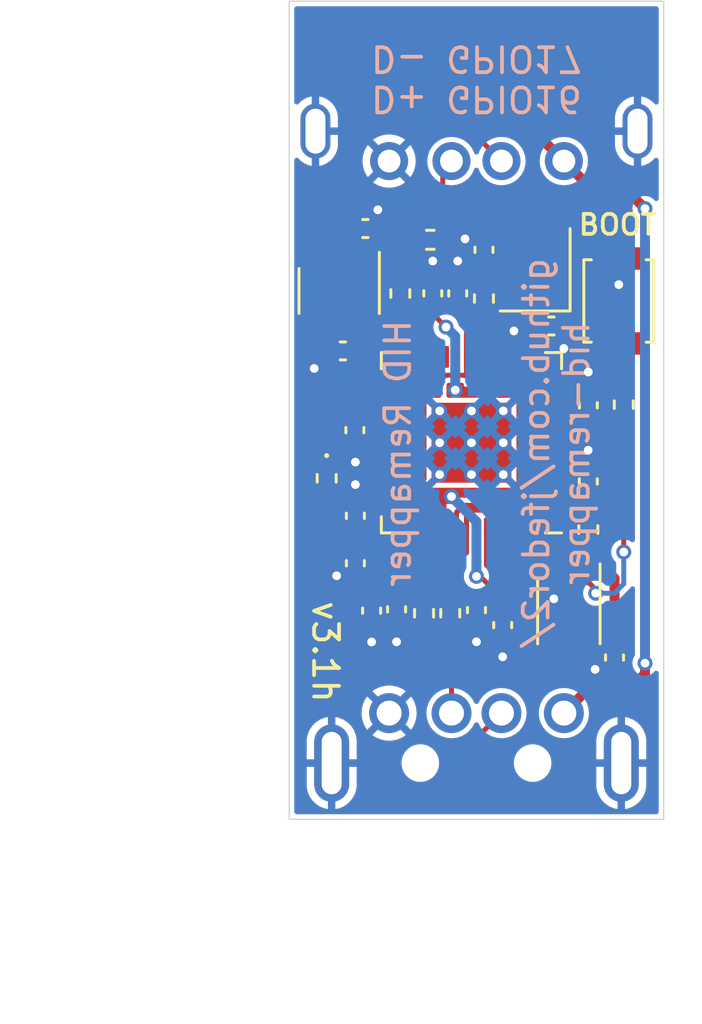
<source format=kicad_pcb>
(kicad_pcb (version 20240108) (generator "pcbnew") (generator_version "8.0")
  (layers (0 "F.Cu" signal) (31 "B.Cu" signal) (34 "B.Paste" user) (35 "F.Paste" user) (36 "B.SilkS" user "B.Silkscreen") (37 "F.SilkS" user "F.Silkscreen") (38 "B.Mask" user) (39 "F.Mask" user) (44 "Edge.Cuts" user))
  (net 0 "")
  (net 1 "GND")
  (net 2 "+5V")
  (net 3 "D-")
  (net 4 "D+")
  (net 5 "+3V3")
  (net 6 "Net-(U103-USB_DP)")
  (net 7 "Net-(U103-USB_DM)")
  (net 22 "L0")
  (net 30 "1XIN")
  (net 31 "Net-(C119-Pad1)")
  (net 32 "1D+")
  (net 33 "1D-")
  (net 34 "1QSPI_SS")
  (net 35 "Net-(R106-Pad2)")
  (net 36 "1XOUT")
  (net 41 "1QSPI_SD3")
  (net 42 "1QSPI_SCLK")
  (net 43 "1QSPI_SD0")
  (net 44 "1QSPI_SD2")
  (net 45 "1QSPI_SD1")
  (net 48 "+1V1")
  (net 53 "Net-(U103-GPIO16)")
  (net 54 "Net-(U103-GPIO17)")
  (net 55 "Net-(D1-K)")
  (footprint "SOT-23-5:SOT-23-5" (layer "F.Cu") (at 141 41.5 90)
    (property "Reference" "U4" (hide yes))
    (property "Value" "TLV73333PDBV")
  )
  (footprint "Capacitor_SMD:C_0402_1005Metric" (layer "F.Cu") (at 141.15 43.9 180)
    (property "Reference" "C16" (hide yes))
    (property "Value" "1u")
  )
  (footprint "Capacitor_SMD:C_0402_1005Metric" (layer "F.Cu") (at 142.05 39)
    (property "Reference" "C15" (hide yes))
    (property "Value" "1u")
  )
  (footprint "Resistor_SMD:R_0402_1005Metric" (layer "F.Cu") (at 152.4 46.05 90)
    (property "Reference" "R106" (hide yes))
    (property "Value" "1k")
  )
  (footprint "Type-A:C98125" (layer "F.Cu") (at 146.5 59.4)
    (property "Reference" "USB2" (hide yes))
    (property "Value" "USB_A")
  )
  (footprint "Capacitor_SMD:C_0402_1005Metric" (layer "F.Cu") (at 149.5 42.9 180)
    (property "Reference" "C118" (hide yes))
    (property "Value" "15p")
  )
  (footprint "Capacitor_SMD:C_0402_1005Metric" (layer "F.Cu") (at 143.3 54.245 -90)
    (property "Reference" "C113" (hide yes))
    (property "Value" "1u")
  )
  (footprint "Capacitor_SMD:C_0402_1005Metric" (layer "F.Cu") (at 147.55 54.875 -90)
    (property "Reference" "C101" (hide yes))
    (property "Value" "100n")
  )
  (footprint "Capacitor_SMD:C_0402_1005Metric" (layer "F.Cu") (at 146.8 39.85 90)
    (property "Reference" "C119" (hide yes))
    (property "Value" "15p")
  )
  (footprint "Resistor_SMD:R_0402_1005Metric" (layer "F.Cu") (at 144.65 39.45 180)
    (property "Reference" "R1" (hide yes))
    (property "Value" "22")
  )
  (footprint "Resistor_SMD:R_0402_1005Metric" (layer "F.Cu") (at 144.4 54.4 90)
    (property "Reference" "R104" (hide yes))
    (property "Value" "27")
  )
  (footprint "Capacitor_SMD:C_0402_1005Metric" (layer "F.Cu") (at 150.98 49.125 90)
    (property "Reference" "C104" (hide yes))
    (property "Value" "100n")
  )
  (footprint "Capacitor_SMD:C_0402_1005Metric" (layer "F.Cu") (at 152.03 56.175 -90)
    (property "Reference" "C117" (hide yes))
    (property "Value" "100n")
  )
  (footprint "Capacitor_SMD:C_0402_1005Metric" (layer "F.Cu") (at 141.63 47.07 -90)
    (property "Reference" "C105" (hide yes))
    (property "Value" "100n")
  )
  (footprint "Capacitor_SMD:C_0402_1005Metric" (layer "F.Cu") (at 141.65 52.4 -90)
    (property "Reference" "C109" (hide yes))
    (property "Value" "100n")
  )
  (footprint "Resistor_SMD:R_0402_1005Metric" (layer "F.Cu") (at 143.45 41.6 -90)
    (property "Reference" "R2" (hide yes))
    (property "Value" "22")
  )
  (footprint "Capacitor_SMD:C_0402_1005Metric" (layer "F.Cu") (at 145.75 41.595 90)
    (property "Reference" "C107" (hide yes))
    (property "Value" "100n")
  )
  (footprint "Capacitor_SMD:C_0402_1005Metric" (layer "F.Cu") (at 146.5 54.275 -90)
    (property "Reference" "C103" (hide yes))
    (property "Value" "100n")
  )
  (footprint "Resistor_SMD:R_0402_1005Metric" (layer "F.Cu") (at 146.8 41.8 -90)
    (property "Reference" "R107" (hide yes))
    (property "Value" "1k")
  )
  (footprint "USON:8-USON" (layer "F.Cu") (at 150.2 54.325 180)
    (property "Reference" "U105" (hide yes))
    (property "Value" "W25Q128JVS")
  )
  (footprint "Type-A:C42459" (layer "F.Cu") (at 146.5 35.7 180)
    (property "Reference" "USB1" (hide yes))
    (property "Value" "USB_A")
  )
  (footprint "Capacitor_SMD:C_0402_1005Metric" (layer "F.Cu") (at 142.3 54.3 -90)
    (property "Reference" "C110" (hide yes))
    (property "Value" "1u")
  )
  (footprint "LED_SMD:LED_0402_1005Metric" (layer "F.Cu") (at 140.5 47 90)
    (property "Reference" "D1" (hide yes))
    (property "Value" "LED")
  )
  (footprint "Capacitor_SMD:C_0402_1005Metric" (layer "F.Cu") (at 150.98 46.075 90)
    (property "Reference" "C106" (hide yes))
    (property "Value" "100n")
  )
  (footprint "Capacitor_SMD:C_0402_1005Metric" (layer "F.Cu") (at 144.75 41.595 90)
    (property "Reference" "C102" (hide yes))
    (property "Value" "100n")
  )
  (footprint "RP2040:RP2040-QFN-56" (layer "F.Cu") (at 146.3 47.575 180)
    (property "Reference" "U103" (hide yes))
    (property "Value" "RP2040")
  )
  (footprint "Resistor_SMD:R_0402_1005Metric" (layer "F.Cu") (at 145.45 54.4 90)
    (property "Reference" "R103" (hide yes))
    (property "Value" "27")
  )
  (footprint "Resistor_SMD:R_0402_1005Metric" (layer "F.Cu") (at 150.98 51.05 -90)
    (property "Reference" "R105" (hide yes))
    (property "Value" "10k")
  )
  (footprint "Crystal:Crystal_SMD_2520-4Pin_2.5x2.0mm" (layer "F.Cu") (at 148.85 40.65 90)
    (property "Reference" "Y101" (hide yes))
    (property "Value" "Crystal_GND24")
  )
  (footprint "Button_Switch_SMD:SW_SPST_B3U-1000P" (layer "F.Cu") (at 152.2 41.9 -90)
    (property "Reference" "SW102" (hide yes))
    (property "Value" "SW_Push")
  )
  (footprint "Resistor_SMD:R_0402_1005Metric" (layer "F.Cu") (at 140.5 49 -90)
    (property "Reference" "R108" (hide yes))
    (property "Value" "300")
  )
  (footprint "Capacitor_SMD:C_0402_1005Metric" (layer "F.Cu") (at 141.65 50.5 90)
    (property "Reference" "C108" (hide yes))
    (property "Value" "100n")
  )
  (gr_line (start 154 29.9) (end 139 29.9) (stroke (width 0.05)) (layer "Edge.Cuts"))
  (gr_line (start 154 62.65) (end 154 29.9) (stroke (width 0.05)) (layer "Edge.Cuts"))
  (gr_line (start 139 62.65) (end 154 62.65) (stroke (width 0.05)) (layer "Edge.Cuts"))
  (gr_line (start 139 29.9) (end 139 62.65) (stroke (width 0.05)) (layer "Edge.Cuts"))
  (gr_text "HID Remapper" (at 143.35 48 90) (layer "B.SilkS") (effects (font (size 1 1)) (justify mirror)))
  (gr_text "github.com/jfedor2/\nhid-remapper" (at 149.7 48 90) (layer "B.SilkS") (effects (font (size 1 1)) (justify mirror)))
  (gr_text "D+ GPIO16\nD- GPIO17" (at 146.5 33 180) (layer "B.SilkS") (effects (font (size 1 1)) (justify mirror)))
  (gr_text "v3.1h" (at 140.45 55.95 270) (layer "F.SilkS") (effects (font (size 1 1))))
  (gr_text "BOOT" (at 152.15 38.85 0) (layer "F.SilkS") (effects (font (size 0.8 0.8))))
  (segment (start 141.63 47.55) (end 141.63 48.33) (width 0.4) (layer "F.Cu") (net 1))
  (segment (start 149.6 54.325) (end 149.6 53.825) (width 0.2) (layer "F.Cu") (net 1))
  (segment (start 152.2 41.245) (end 152.2 40.2) (width 0.4) (layer "F.Cu") (net 1))
  (segment (start 142.53 38.27) (end 142.55 38.25) (width 0.4) (layer "F.Cu") (net 1))
  (segment (start 149.55 39.775) (end 149.65 39.775) (width 0.4) (layer "F.Cu") (net 1))
  (segment (start 147.805705 43.1) (end 147.3 43.605705) (width 0.2) (layer "F.Cu") (net 1))
  (segment (start 146.043154 39.414669) (end 146.087823 39.37) (width 0.4) (layer "F.Cu") (net 1))
  (segment (start 149.45 53.675) (end 149.6 53.825) (width 0.2) (layer "F.Cu") (net 1))
  (segment (start 149.55 39.950489) (end 148.15 41.350489) (width 0.2) (layer "F.Cu") (net 1))
  (segment (start 143.3 54.725) (end 143.3 55.545) (width 0.4) (layer "F.Cu") (net 1))
  (segment (start 148 43.1) (end 147.805705 43.1) (width 0.2) (layer "F.Cu") (net 1))
  (segment (start 150.5 42.38) (end 149.98 42.9) (width 0.4) (layer "F.Cu") (net 1))
  (segment (start 149.98 43.78) (end 150 43.8) (width 0.4) (layer "F.Cu") (net 1))
  (segment (start 140.67 43.53) (end 140.67 43.9) (width 0.4) (layer "F.Cu") (net 1))
  (segment (start 149.98 42.9) (end 149.98 43.78) (width 0.4) (layer "F.Cu") (net 1))
  (segment (start 147.47 38.7) (end 146.8 39.37) (width 0.4) (layer "F.Cu") (net 1))
  (segment (start 144.75 40.3) (end 144.75 41.115) (width 0.4) (layer "F.Cu") (net 1))
  (segment (start 147.3 43.605705) (end 147.3 44.1375) (width 0.2) (layer "F.Cu") (net 1))
  (segment (start 151.255 56.655) (end 151.25 56.65) (width 0.4) (layer "F.Cu") (net 1))
  (segment (start 148.15 41.350489) (end 148.15 41.525) (width 0.2) (layer "F.Cu") (net 1))
  (segment (start 147.55 55.355) (end 147.55 56.145) (width 0.4) (layer "F.Cu") (net 1))
  (segment (start 140.9 52.9) (end 141.63 52.9) (width 0.4) (layer "F.Cu") (net 1))
  (segment (start 149.55 39.775) (end 149.55 39.950489) (width 0.2) (layer "F.Cu") (net 1))
  (segment (start 140.5 49.51) (end 140.76 49.25) (width 0.4) (layer "F.Cu") (net 1))
  (segment (start 141.63 48.33) (end 141.65 48.35) (width 0.4) (layer "F.Cu") (net 1))
  (segment (start 150.5 40.625) (end 150.5 42.38) (width 0.4) (layer "F.Cu") (net 1))
  (segment (start 149.45 52.9) (end 149.45 53.675) (width 0.2) (layer "F.Cu") (net 1))
  (segment (start 141.63 52.9) (end 141.65 52.88) (width 0.4) (layer "F.Cu") (net 1))
  (segment (start 146.5 54.755) (end 146.5 55.545) (width 0.4) (layer "F.Cu") (net 1))
  (segment (start 149.55 39.5) (end 148.75 38.7) (width 0.4) (layer "F.Cu") (net 1))
  (segment (start 140.76 49.25) (end 141.65 49.25) (width 0.4) (layer "F.Cu") (net 1))
  (segment (start 150.98 44.745) (end 150.98 45.595) (width 0.4) (layer "F.Cu") (net 1))
  (segment (start 141.1 40.35) (end 141.1 43.1) (width 0.4) (layer "F.Cu") (net 1))
  (segment (start 152.03 56.655) (end 151.255 56.655) (width 0.4) (layer "F.Cu") (net 1))
  (segment (start 149.65 39.775) (end 150.5 40.625) (width 0.4) (layer "F.Cu") (net 1))
  (segment (start 150.98 47.88) (end 150.98 48.645) (width 0.4) (layer "F.Cu") (net 1))
  (segment (start 150.975 47.875) (end 150.98 47.88) (width 0.4) (layer "F.Cu") (net 1))
  (segment (start 140 44.6) (end 140.67 43.93) (width 0.4) (layer "F.Cu") (net 1))
  (segment (start 145.75 40.3) (end 145.75 41.115) (width 0.4) (layer "F.Cu") (net 1))
  (segment (start 142.3 55.55) (end 142.3 54.78) (width 0.4) (layer "F.Cu") (net 1))
  (segment (start 141.1 43.1) (end 140.67 43.53) (width 0.4) (layer "F.Cu") (net 1))
  (segment (start 146.087823 39.37) (end 146.8 39.37) (width 0.4) (layer "F.Cu") (net 1))
  (segment (start 142.53 39) (end 142.53 38.27) (width 0.4) (layer "F.Cu") (net 1))
  (segment (start 149.55 39.775) (end 149.55 39.5) (width 0.4) (layer "F.Cu") (net 1))
  (segment (start 148.75 38.7) (end 147.47 38.7) (width 0.4) (layer "F.Cu") (net 1))
  (segment (start 140.67 43.93) (end 140.67 43.9) (width 0.4) (layer "F.Cu") (net 1))
  (segment (start 141.65 49.25) (end 141.65 50.02) (width 0.4) (layer "F.Cu") (net 1))
  (via (at 141.65 49.25) (size 0.6) (drill 0.35) (layers "F.Cu" "B.Cu") (net 1))
  (via (at 149.6 53.825) (size 0.6) (drill 0.35) (layers "F.Cu" "B.Cu") (net 1))
  (via (at 146.5 55.545) (size 0.6) (drill 0.35) (layers "F.Cu" "B.Cu") (net 1))
  (via (at 140 44.6) (size 0.6) (drill 0.35) (layers "F.Cu" "B.Cu") (net 1))
  (via (at 146.043154 39.414669) (size 0.6) (drill 0.35) (layers "F.Cu" "B.Cu") (net 1))
  (via (at 152.2 41.245) (size 0.6) (drill 0.35) (layers "F.Cu" "B.Cu") (net 1))
  (via (at 148 43.1) (size 0.6) (drill 0.35) (layers "F.Cu" "B.Cu") (net 1))
  (via (at 142.55 38.25) (size 0.6) (drill 0.35) (layers "F.Cu" "B.Cu") (net 1))
  (via (at 150 43.8) (size 0.6) (drill 0.35) (layers "F.Cu" "B.Cu") (net 1))
  (via (at 150.975 47.875) (size 0.6) (drill 0.35) (layers "F.Cu" "B.Cu") (net 1))
  (via (at 141.65 48.35) (size 0.6) (drill 0.35) (layers "F.Cu" "B.Cu") (net 1))
  (via (at 145.75 40.3) (size 0.6) (drill 0.35) (layers "F.Cu" "B.Cu") (net 1))
  (via (at 140.9 52.9) (size 0.6) (drill 0.35) (layers "F.Cu" "B.Cu") (net 1))
  (via (at 143.3 55.545) (size 0.6) (drill 0.35) (layers "F.Cu" "B.Cu") (net 1))
  (via (at 150.98 44.745) (size 0.6) (drill 0.35) (layers "F.Cu" "B.Cu") (net 1))
  (via (at 144.75 40.3) (size 0.6) (drill 0.35) (layers "F.Cu" "B.Cu") (net 1))
  (via (at 142.3 55.55) (size 0.6) (drill 0.35) (layers "F.Cu" "B.Cu") (net 1))
  (via (at 151.25 56.65) (size 0.6) (drill 0.35) (layers "F.Cu" "B.Cu") (net 1))
  (via (at 147.55 56.145) (size 0.6) (drill 0.35) (layers "F.Cu" "B.Cu") (net 1))
  (segment (start 152.6 57.475) (end 150.925 57.475) (width 0.4) (layer "F.Cu") (net 2))
  (segment (start 151.301 37.6) (end 150 36.299) (width 0.4) (layer "F.Cu") (net 2))
  (segment (start 140.15 39.42) (end 140.15 40.35) (width 0.4) (layer "F.Cu") (net 2))
  (segment (start 153.25 56.4) (end 153.25 56.825) (width 0.4) (layer "F.Cu") (net 2))
  (segment (start 142.05 39.593675) (end 142.05 40.35) (width 0.4) (layer "F.Cu") (net 2))
  (segment (start 153.25 38.2) (end 152.65 37.6) (width 0.4) (layer "F.Cu") (net 2))
  (segment (start 140.57 39) (end 140.15 39.42) (width 0.4) (layer "F.Cu") (net 2))
  (segment (start 141.55 35.2) (end 141.55 38.98) (width 0.4) (layer "F.Cu") (net 2))
  (segment (start 147.851 34.15) (end 142.6 34.15) (width 0.4) (layer "F.Cu") (net 2))
  (segment (start 150 36.299) (end 147.851 34.15) (width 0.4) (layer "F.Cu") (net 2))
  (segment (start 141.57 39) (end 141.57 39.113675) (width 0.4) (layer "F.Cu") (net 2))
  (segment (start 152.65 37.6) (end 151.301 37.6) (width 0.4) (layer "F.Cu") (net 2))
  (segment (start 142.6 34.15) (end 141.55 35.2) (width 0.4) (layer "F.Cu") (net 2))
  (segment (start 141.55 38.98) (end 141.57 39) (width 0.4) (layer "F.Cu") (net 2))
  (segment (start 153.25 56.825) (end 152.6 57.475) (width 0.4) (layer "F.Cu") (net 2))
  (segment (start 141.57 39.113675) (end 142.05 39.593675) (width 0.4) (layer "F.Cu") (net 2))
  (segment (start 141.57 39) (end 140.57 39) (width 0.4) (layer "F.Cu") (net 2))
  (segment (start 150.925 57.475) (end 150 58.4) (width 0.4) (layer "F.Cu") (net 2))
  (via (at 153.25 56.4) (size 0.6) (drill 0.35) (layers "F.Cu" "B.Cu") (net 2))
  (via (at 153.25 38.2) (size 0.6) (drill 0.35) (layers "F.Cu" "B.Cu") (net 2))
  (segment (start 153.25 38.2) (end 153.25 56.4) (width 0.4) (layer "B.Cu") (net 2))
  (segment (start 144.75 34.95) (end 146.152 34.95) (width 0.2) (layer "F.Cu") (net 3))
  (segment (start 143.45 38.55) (end 144.25 37.75) (width 0.2) (layer "F.Cu") (net 3))
  (segment (start 144.25 35.45) (end 144.75 34.95) (width 0.2) (layer "F.Cu") (net 3))
  (segment (start 143.45 41.09) (end 143.45 38.55) (width 0.2) (layer "F.Cu") (net 3))
  (segment (start 144.25 37.75) (end 144.25 35.45) (width 0.2) (layer "F.Cu") (net 3))
  (segment (start 146.152 34.95) (end 147.501 36.299) (width 0.2) (layer "F.Cu") (net 3))
  (segment (start 145.15 39.44) (end 145.15 36.648) (width 0.2) (layer "F.Cu") (net 4))
  (segment (start 145.15 36.648) (end 145.499 36.299) (width 0.2) (layer "F.Cu") (net 4))
  (segment (start 145.16 39.45) (end 145.15 39.44) (width 0.2) (layer "F.Cu") (net 4))
  (segment (start 145.85 53.213004) (end 146.431996 53.795) (width 0.2) (layer "F.Cu") (net 5))
  (segment (start 146.431996 53.795) (end 146.5 53.795) (width 0.2) (layer "F.Cu") (net 5))
  (segment (start 143.65 50.175) (end 143.7 50.225) (width 0.2) (layer "F.Cu") (net 5))
  (segment (start 151.975 55.75) (end 151 55.75) (width 0.4) (layer "F.Cu") (net 5))
  (segment (start 139.5 50) (end 139.5 46) (width 0.4) (layer "F.Cu") (net 5))
  (segment (start 141.63 43.9) (end 142.05 43.48) (width 0.4) (layer "F.Cu") (net 5))
  (segment (start 144.1 50.375) (end 143.9 50.175) (width 0.2) (layer "F.Cu") (net 5))
  (segment (start 141.65 50.98) (end 141.68 50.95) (width 0.4) (layer "F.Cu") (net 5))
  (segment (start 151.036604 50.54) (end 151.7 51.203396) (width 0.4) (layer "F.Cu") (net 5))
  (segment (start 146.1 51.0125) (end 146.1 50.275) (width 0.2) (layer "F.Cu") (net 5))
  (segment (start 141.63 44.34) (end 141.63 43.9) (width 0.4) (layer "F.Cu") (net 5))
  (segment (start 149.7375 50.175) (end 148.95 50.175) (width 0.2) (layer "F.Cu") (net 5))
  (segment (start 146.1 44.1375) (end 146.1 42.9) (width 0.2) (layer "F.Cu") (net 5))
  (segment (start 150.96 46.575) (end 150.98 46.555) (width 0.2) (layer "F.Cu") (net 5))
  (segment (start 141.65 50.98) (end 141.65 51.92) (width 0.4) (layer "F.Cu") (net 5))
  (segment (start 142.8625 46.575) (end 143.75 46.575) (width 0.2) (layer "F.Cu") (net 5))
  (segment (start 142.8625 50.175) (end 143.65 50.175) (width 0.2) (layer "F.Cu") (net 5))
  (segment (start 150.98 50.54) (end 151.036604 50.54) (width 0.4) (layer "F.Cu") (net 5))
  (segment (start 142.05 43.48) (end 142.05 42.55) (width 0.4) (layer "F.Cu") (net 5))
  (segment (start 143.9 51.8) (end 143.78 51.92) (width 0.4) (layer "F.Cu") (net 5))
  (segment (start 141.635 46.575) (end 141.63 46.58) (width 0.2) (layer "F.Cu") (net 5))
  (segment (start 141.65 50.98) (end 140.48 50.98) (width 0.4) (layer "F.Cu") (net 5))
  (segment (start 151.7 51.203396) (end 151.7 52.675) (width 0.4) (layer "F.Cu") (net 5))
  (segment (start 144.1 51.0125) (end 144.1 50.375) (width 0.2) (layer "F.Cu") (net 5))
  (segment (start 142.3 53.35) (end 142.8625 52.7875) (width 0.4) (layer "F.Cu") (net 5))
  (segment (start 140.48 50.98) (end 139.5 50) (width 0.4) (layer "F.Cu") (net 5))
  (segment (start 142.3 53.82) (end 142.3 53.35) (width 0.4) (layer "F.Cu") (net 5))
  (segment (start 149.975 50.54) (end 149.73 50.295) (width 0.4) (layer "F.Cu") (net 5))
  (segment (start 146.1 44.1375) (end 146.1 44.875) (width 0.2) (layer "F.Cu") (net 5))
  (segment (start 145.7 51.0125) (end 145.7 50.375) (width 0.2) (layer "F.Cu") (net 5))
  (segment (start 144.1 51.0125) (end 144.1 51.625) (width 0.2) (layer "F.Cu") (net 5))
  (segment (start 145.75 42.55) (end 145.75 42.075) (width 0.2) (layer "F.Cu") (net 5))
  (segment (start 145.7 52.075) (end 145.85 52.225) (width 0.2) (layer "F.Cu") (net 5))
  (segment (start 140.47 45.5) (end 141.63 44.34) (width 0.4) (layer "F.Cu") (net 5))
  (segment (start 141.68 50.95) (end 143.55 50.95) (width 0.4) (layer "F.Cu") (net 5))
  (segment (start 146.1 51.975) (end 145.85 52.225) (width 0.2) (layer "F.Cu") (net 5))
  (segment (start 143.7 50.225) (end 143.7 51.0125) (width 0.2) (layer "F.Cu") (net 5))
  (segment (start 149.2 46.575) (end 149.05 46.575) (width 0.2) (layer "F.Cu") (net 5))
  (segment (start 146.1 51.0125) (end 146.1 51.975) (width 0.2) (layer "F.Cu") (net 5))
  (segment (start 143.78 51.92) (end 141.65 51.92) (width 0.4) (layer "F.Cu") (net 5))
  (segment (start 149.7375 46.575) (end 149.2 46.575) (width 0.2) (layer "F.Cu") (net 5))
  (segment (start 145.7 50.375) (end 145.75 50.325) (width 0.2) (layer "F.Cu") (net 5))
  (segment (start 150.98 50.54) (end 149.975 50.54) (width 0.4) (layer "F.Cu") (net 5))
  (segment (start 144.1 51.625) (end 143.9 51.825) (width 0.2) (layer "F.Cu") (net 5))
  (segment (start 145.85 52.225) (end 145.85 53.213004) (width 0.2) (layer "F.Cu") (net 5))
  (segment (start 140 45.5) (end 140.47 45.5) (width 0.4) (layer "F.Cu") (net 5))
  (segment (start 151.7 52.675) (end 152.03 53.005) (width 0.4) (layer "F.Cu") (net 5))
  (segment (start 150.98 49.605) (end 150.98 50.54) (width 0.4) (layer "F.Cu") (net 5))
  (segment (start 152.03 53.005) (end 152.03 55.695) (width 0.4) (layer "F.Cu") (net 5))
  (segment (start 142.8625 46.575) (end 141.635 46.575) (width 0.2) (layer "F.Cu") (net 5))
  (segment (start 146.1 42.9) (end 145.75 42.55) (width 0.2) (layer "F.Cu") (net 5))
  (segment (start 149.7375 46.575) (end 150.96 46.575) (width 0.2) (layer "F.Cu") (net 5))
  (segment (start 139.5 46) (end 140 45.5) (width 0.4) (layer "F.Cu") (net 5))
  (segment (start 145.7 51.0125) (end 145.7 52.075) (width 0.2) (layer "F.Cu") (net 5))
  (segment (start 142.8625 52.7875) (end 142.8625 50.27501) (width 0.4) (layer "F.Cu") (net 5))
  (segment (start 152.03 55.695) (end 151.975 55.75) (width 0.4) (layer "F.Cu") (net 5))
  (segment (start 145.3 53) (end 145.45 53.15) (width 0.2) (layer "F.Cu") (net 6))
  (segment (start 145.45 53.15) (end 145.45 53.89) (width 0.2) (layer "F.Cu") (net 6))
  (segment (start 145.3 51.0125) (end 145.3 53) (width 0.2) (layer "F.Cu") (net 6))
  (segment (start 144.9 53) (end 144.4 53.5) (width 0.2) (layer "F.Cu") (net 7))
  (segment (start 144.4 53.5) (end 144.4 53.89) (width 0.2) (layer "F.Cu") (net 7))
  (segment (start 144.9 51.0125) (end 144.9 53) (width 0.2) (layer "F.Cu") (net 7))
  (segment (start 142.205 44.975) (end 140.5 46.68) (width 0.2) (layer "F.Cu") (net 22))
  (segment (start 142.8625 44.975) (end 142.205 44.975) (width 0.2) (layer "F.Cu") (net 22))
  (segment (start 147.75 42.5) (end 148.62 42.5) (width 0.2) (layer "F.Cu") (net 30))
  (segment (start 148.62 42.5) (end 149.02 42.9) (width 0.2) (layer "F.Cu") (net 30))
  (segment (start 149.02 42.9) (end 149.55 42.37) (width 0.2) (layer "F.Cu") (net 30))
  (segment (start 149.55 42.37) (end 149.55 41.525) (width 0.2) (layer "F.Cu") (net 30))
  (segment (start 146.9 43.35) (end 147.75 42.5) (width 0.2) (layer "F.Cu") (net 30))
  (segment (start 146.9 44.1375) (end 146.9 43.35) (width 0.2) (layer "F.Cu") (net 30))
  (segment (start 146.8 40.33) (end 146.87 40.33) (width 0.2) (layer "F.Cu") (net 31))
  (segment (start 146.8 41.29) (end 146.8 40.33) (width 0.2) (layer "F.Cu") (net 31))
  (segment (start 147.425 39.775) (end 148.15 39.775) (width 0.2) (layer "F.Cu") (net 31))
  (segment (start 146.87 40.33) (end 147.425 39.775) (width 0.2) (layer "F.Cu") (net 31))
  (segment (start 145.45 54.91) (end 145.5 54.96) (width 0.2) (layer "F.Cu") (net 32))
  (segment (start 145.5 54.96) (end 145.5 58.4) (width 0.2) (layer "F.Cu") (net 32))
  (segment (start 146.25 59.65) (end 147.5 58.4) (width 0.2) (layer "F.Cu") (net 33))
  (segment (start 144.4 54.91) (end 144.25 55.06) (width 0.2) (layer "F.Cu") (net 33))
  (segment (start 145.05 59.65) (end 146.25 59.65) (width 0.2) (layer "F.Cu") (net 33))
  (segment (start 144.25 55.06) (end 144.25 58.85) (width 0.2) (layer "F.Cu") (net 33))
  (segment (start 144.25 58.85) (end 145.05 59.65) (width 0.2) (layer "F.Cu") (net 33))
  (segment (start 150.95 53.125) (end 151.1995 53.3745) (width 0.2) (layer "F.Cu") (net 34))
  (segment (start 152.3995 46.5605) (end 152.4 46.56) (width 0.2) (layer "F.Cu") (net 34))
  (segment (start 150.95 52.9) (end 150.95 53.125) (width 0.2) (layer "F.Cu") (net 34))
  (segment (start 152.3995 51.95) (end 152.3995 46.5605) (width 0.2) (layer "F.Cu") (net 34))
  (segment (start 151.1995 53.3745) (end 151.1995 53.6) (width 0.2) (layer "F.Cu") (net 34))
  (segment (start 149.7 51.325) (end 150.745 51.325) (width 0.2) (layer "F.Cu") (net 34))
  (segment (start 150.95 51.59) (end 150.98 51.56) (width 0.2) (layer "F.Cu") (net 34))
  (segment (start 148.9 51.0125) (end 149.3875 51.0125) (width 0.2) (layer "F.Cu") (net 34))
  (segment (start 149.3875 51.0125) (end 149.7 51.325) (width 0.2) (layer "F.Cu") (net 34))
  (segment (start 150.745 51.325) (end 150.98 51.56) (width 0.2) (layer "F.Cu") (net 34))
  (segment (start 150.95 52.9) (end 150.95 51.59) (width 0.2) (layer "F.Cu") (net 34))
  (via (at 151.275 53.6) (size 0.6) (drill 0.35) (layers "F.Cu" "B.Cu") (net 34))
  (via (at 152.3995 51.95) (size 0.6) (drill 0.35) (layers "F.Cu" "B.Cu") (net 34))
  (segment (start 152.3995 51.95) (end 152.3995 53.2255) (width 0.2) (layer "B.Cu") (net 34))
  (segment (start 152.3995 53.2255) (end 152.025 53.6) (width 0.2) (layer "B.Cu") (net 34))
  (segment (start 152.025 53.6) (end 151.275 53.6) (width 0.2) (layer "B.Cu") (net 34))
  (segment (start 152.4 45.54) (end 152.4 43.8) (width 0.2) (layer "F.Cu") (net 35))
  (segment (start 152.4 43.8) (end 152.2 43.6) (width 0.2) (layer "F.Cu") (net 35))
  (segment (start 146.5 44.1375) (end 146.5 42.61) (width 0.2) (layer "F.Cu") (net 36))
  (segment (start 146.5 42.61) (end 146.8 42.31) (width 0.2) (layer "F.Cu") (net 36))
  (segment (start 150.45 56.375) (end 150.45 55.75) (width 0.2) (layer "F.Cu") (net 41))
  (segment (start 148.15952 56.150206) (end 148.834314 56.825) (width 0.2) (layer "F.Cu") (net 41))
  (segment (start 150 56.825) (end 150.45 56.375) (width 0.2) (layer "F.Cu") (net 41))
  (segment (start 146.9 52.477162) (end 148.15952 53.736682) (width 0.2) (layer "F.Cu") (net 41))
  (segment (start 148.15952 53.736682) (end 148.15952 56.150206) (width 0.2) (layer "F.Cu") (net 41))
  (segment (start 146.9 51.0125) (end 146.9 52.477162) (width 0.2) (layer "F.Cu") (net 41))
  (segment (start 148.834314 56.825) (end 150 56.825) (width 0.2) (layer "F.Cu") (net 41))
  (segment (start 148.559039 53.571195) (end 148.55904 55.98404) (width 0.2) (layer "F.Cu") (net 42))
  (segment (start 149 56.425) (end 149.75 56.425) (width 0.2) (layer "F.Cu") (net 42))
  (segment (start 147.3 52.312156) (end 148.559039 53.571195) (width 0.2) (layer "F.Cu") (net 42))
  (segment (start 149.75 56.425) (end 149.95 56.225) (width 0.2) (layer "F.Cu") (net 42))
  (segment (start 147.3 51.0125) (end 147.3 52.312156) (width 0.2) (layer "F.Cu") (net 42))
  (segment (start 149.95 56.225) (end 149.95 55.75) (width 0.2) (layer "F.Cu") (net 42))
  (segment (start 148.55904 55.98404) (end 149 56.425) (width 0.2) (layer "F.Cu") (net 42))
  (segment (start 148.958559 55.008559) (end 149.45 55.5) (width 0.2) (layer "F.Cu") (net 43))
  (segment (start 147.7 51.0125) (end 147.7 52.144988) (width 0.2) (layer "F.Cu") (net 43))
  (segment (start 149.45 55.5) (end 149.45 55.75) (width 0.2) (layer "F.Cu") (net 43))
  (segment (start 148.958559 53.403547) (end 148.958559 55.008559) (width 0.2) (layer "F.Cu") (net 43))
  (segment (start 147.7 52.144988) (end 148.958559 53.403547) (width 0.2) (layer "F.Cu") (net 43))
  (segment (start 149.75 52.225) (end 148.615699 52.225) (width 0.2) (layer "F.Cu") (net 44))
  (segment (start 148.615699 52.225) (end 148.1 51.709301) (width 0.2) (layer "F.Cu") (net 44))
  (segment (start 148.1 51.709301) (end 148.1 51.0125) (width 0.2) (layer "F.Cu") (net 44))
  (segment (start 149.95 52.425) (end 149.75 52.225) (width 0.2) (layer "F.Cu") (net 44))
  (segment (start 149.95 52.9) (end 149.95 52.425) (width 0.2) (layer "F.Cu") (net 44))
  (segment (start 150.45 52.325) (end 149.95 51.825) (width 0.2) (layer "F.Cu") (net 45))
  (segment (start 149.95 51.825) (end 148.780705 51.825) (width 0.2) (layer "F.Cu") (net 45))
  (segment (start 148.780705 51.825) (end 148.5 51.544295) (width 0.2) (layer "F.Cu") (net 45))
  (segment (start 148.5 51.544295) (end 148.5 51.0125) (width 0.2) (layer "F.Cu") (net 45))
  (segment (start 150.45 52.9) (end 150.45 52.325) (width 0.2) (layer "F.Cu") (net 45))
  (segment (start 144.75 42.415) (end 144.75 42.075) (width 0.2) (layer "F.Cu") (net 48))
  (segment (start 145.7 43.365) (end 145.7 44.1375) (width 0.2) (layer "F.Cu") (net 48))
  (segment (start 145.28 42.945) (end 145.7 43.365) (width 0.2) (layer "F.Cu") (net 48))
  (segment (start 146.5 52.924998) (end 146.499999 52.924999) (width 0.2) (layer "F.Cu") (net 48))
  (segment (start 147.55 53.825) (end 146.649999 52.924999) (width 0.2) (layer "F.Cu") (net 48))
  (segment (start 144.5 51.0125) (end 144.5 50.325) (width 0.2) (layer "F.Cu") (net 48))
  (segment (start 146.649999 52.924999) (end 146.499999 52.924999) (width 0.2) (layer "F.Cu") (net 48))
  (segment (start 144.5 51.0125) (end 144.5 52.125) (width 0.2) (layer "F.Cu") (net 48))
  (segment (start 146.5 51.0125) (end 146.5 52.924998) (width 0.2) (layer "F.Cu") (net 48))
  (segment (start 144.5 50.325) (end 144.7 50.125) (width 0.2) (layer "F.Cu") (net 48))
  (segment (start 145.28 42.945) (end 144.75 42.415) (width 0.2) (layer "F.Cu") (net 48))
  (segment (start 144.5 52.125) (end 143.3 53.325) (width 0.2) (layer "F.Cu") (net 48))
  (segment (start 143.3 53.325) (end 143.3 53.765) (width 0.2) (layer "F.Cu") (net 48))
  (segment (start 147.55 54.395) (end 147.55 53.825) (width 0.2) (layer "F.Cu") (net 48))
  (via (at 145.5 49.729945) (size 0.6) (drill 0.35) (layers "F.Cu" "B.Cu") (net 48))
  (via (at 145.28 42.945) (size 0.6) (drill 0.35) (layers "F.Cu" "B.Cu") (net 48))
  (via (at 145.6501 45.467271) (size 0.6) (drill 0.35) (layers "F.Cu" "B.Cu") (net 48))
  (via (at 146.499999 52.924999) (size 0.6) (drill 0.35) (layers "F.Cu" "B.Cu") (net 48))
  (segment (start 145.5 49.734945) (end 146.5 50.734945) (width 0.4) (layer "B.Cu") (net 48))
  (segment (start 145.28 42.945) (end 145.65 43.315) (width 0.4) (layer "B.Cu") (net 48))
  (segment (start 145.65 45.467171) (end 145.6501 45.467271) (width 0.4) (layer "B.Cu") (net 48))
  (segment (start 146.5 50.734945) (end 146.499999 52.929999) (width 0.4) (layer "B.Cu") (net 48))
  (segment (start 145.65 43.315) (end 145.65 45.467171) (width 0.4) (layer "B.Cu") (net 48))
  (segment (start 144.1 44.1375) (end 144.1 39.49) (width 0.2) (layer "F.Cu") (net 53))
  (segment (start 144.1 39.49) (end 144.14 39.45) (width 0.2) (layer "F.Cu") (net 53))
  (segment (start 143.7 42.36) (end 143.45 42.11) (width 0.2) (layer "F.Cu") (net 54))
  (segment (start 143.7 44.1375) (end 143.7 42.36) (width 0.2) (layer "F.Cu") (net 54))
  (segment (start 140.5 47.32) (end 140.5 48.49) (width 0.2) (layer "F.Cu") (net 55))
  (zone (net 48) (net_name "+1V1") (layer "F.Cu") (priority 1) (connect_pads yes (clearance 0.15)) (min_thickness 0.15) (fill yes (thermal_gap 0.508) (thermal_bridge_width 0.508))
    (polygon (pts (xy 144.3 49.325) (xy 144.85 49.325) (xy 144.85 49.175) (xy 147.9 49.175) (xy 147.9 45.975) (xy 145.3 45.975) (xy 145.3 45.175) (xy 146 45.175) (xy 146 45.325) (xy 148.55 45.325) (xy 148.55 49.775) (xy 145.75 49.775) (xy 145.75 50.025) (xy 145.3 50.025) (xy 145.3 50.375) (xy 144.3 50.375)))
  )
  (zone (net 5) (net_name "+3V3") (layer "F.Cu") (connect_pads yes (clearance 0.15)) (min_thickness 0.15) (fill yes (thermal_gap 0.508) (thermal_bridge_width 0.508))
    (polygon (pts (xy 143.5 44.775) (xy 149.1 44.775) (xy 149.1 50.375) (xy 143.5 50.375)))
  )
  (zone (net 1) (net_name "GND") (layer "B.Cu") (connect_pads (clearance 0.2)) (min_thickness 0.2) (fill yes (thermal_gap 0.3) (thermal_bridge_width 0.3))
    (polygon (pts (xy 154 62.65) (xy 139 62.65) (xy 139 29.9) (xy 154 29.9)))
  )
)
</source>
